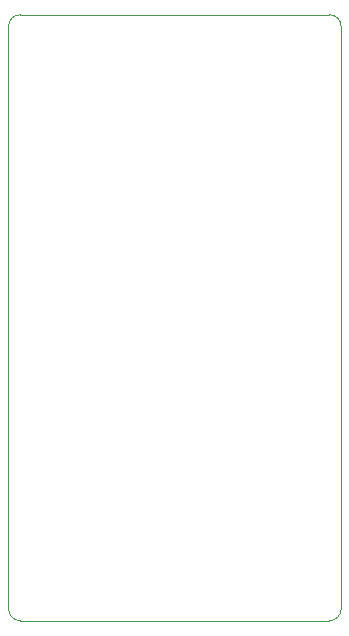
<source format=gbr>
%TF.GenerationSoftware,Altium Limited,Altium Designer,23.4.1 (23)*%
G04 Layer_Color=0*
%FSLAX45Y45*%
%MOMM*%
%TF.SameCoordinates,B93E8061-1334-4625-9DA7-9BA1A821EA0A*%
%TF.FilePolarity,Positive*%
%TF.FileFunction,Profile,NP*%
%TF.Part,Single*%
G01*
G75*
%TA.AperFunction,Profile*%
%ADD38C,0.02540*%
D38*
X3000Y109000D02*
Y5040000D01*
D02*
G02*
X103000Y5140000I100000J0D01*
G01*
X2720000D01*
D02*
G02*
X2820000Y5040000I0J-100000D01*
G01*
Y109000D01*
D02*
G02*
X2720000Y9000I-100000J0D01*
G01*
X103000D01*
D02*
G02*
X3000Y109000I0J100000D01*
G01*
%TF.MD5,e1ea38b23fecc4ff33ab3a3713969b41*%
M02*

</source>
